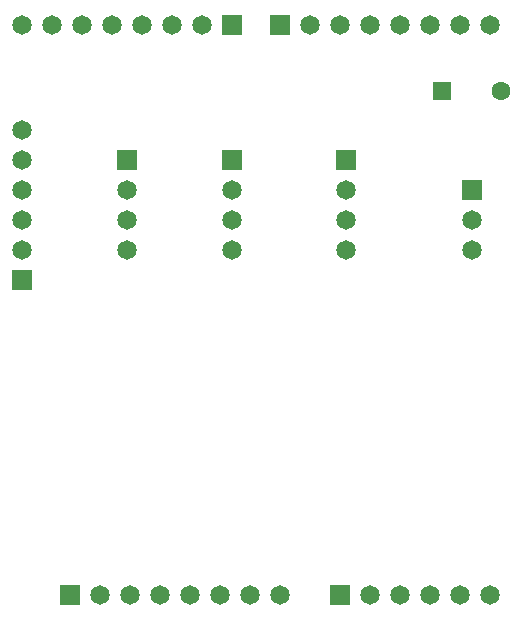
<source format=gbr>
G04 #@! TF.GenerationSoftware,KiCad,Pcbnew,(2017-02-16 revision ccbdb41)-makepkg*
G04 #@! TF.CreationDate,2017-02-23T14:10:58+01:00*
G04 #@! TF.ProjectId,Kicad,4B696361642E6B696361645F70636200,rev?*
G04 #@! TF.FileFunction,Soldermask,Bot*
G04 #@! TF.FilePolarity,Negative*
%FSLAX46Y46*%
G04 Gerber Fmt 4.6, Leading zero omitted, Abs format (unit mm)*
G04 Created by KiCad (PCBNEW (2017-02-16 revision ccbdb41)-makepkg) date 02/23/17 14:10:58*
%MOMM*%
%LPD*%
G01*
G04 APERTURE LIST*
%ADD10C,0.100000*%
%ADD11R,1.651000X1.651000*%
%ADD12C,1.651000*%
%ADD13R,1.600000X1.600000*%
%ADD14C,1.600000*%
G04 APERTURE END LIST*
D10*
D11*
X137922000Y-93853000D03*
D12*
X137922000Y-96393000D03*
X137922000Y-98933000D03*
X137922000Y-101473000D03*
D11*
X119380000Y-93853000D03*
D12*
X119380000Y-96393000D03*
X119380000Y-98933000D03*
X119380000Y-101473000D03*
D11*
X128270000Y-93853000D03*
D12*
X128270000Y-96393000D03*
X128270000Y-98933000D03*
X128270000Y-101473000D03*
D11*
X110490000Y-104013000D03*
D12*
X110490000Y-101473000D03*
X110490000Y-98933000D03*
X110490000Y-96393000D03*
X110490000Y-93853000D03*
X110490000Y-91313000D03*
D11*
X148590000Y-96393000D03*
D12*
X148590000Y-98933000D03*
X148590000Y-101473000D03*
D11*
X114554000Y-130683000D03*
D12*
X117094000Y-130683000D03*
X119634000Y-130683000D03*
X122174000Y-130683000D03*
X124714000Y-130683000D03*
X127254000Y-130683000D03*
X129794000Y-130683000D03*
X132334000Y-130683000D03*
D11*
X137414000Y-130683000D03*
D12*
X139954000Y-130683000D03*
X142494000Y-130683000D03*
X145034000Y-130683000D03*
X147574000Y-130683000D03*
X150114000Y-130683000D03*
D11*
X132334000Y-82423000D03*
D12*
X134874000Y-82423000D03*
X137414000Y-82423000D03*
X139954000Y-82423000D03*
X142494000Y-82423000D03*
X145034000Y-82423000D03*
X147574000Y-82423000D03*
X150114000Y-82423000D03*
D11*
X128270000Y-82423000D03*
D12*
X125730000Y-82423000D03*
X123190000Y-82423000D03*
X120650000Y-82423000D03*
X118110000Y-82423000D03*
X115570000Y-82423000D03*
X113030000Y-82423000D03*
X110490000Y-82423000D03*
D13*
X146050000Y-88011000D03*
D14*
X151050000Y-88011000D03*
M02*

</source>
